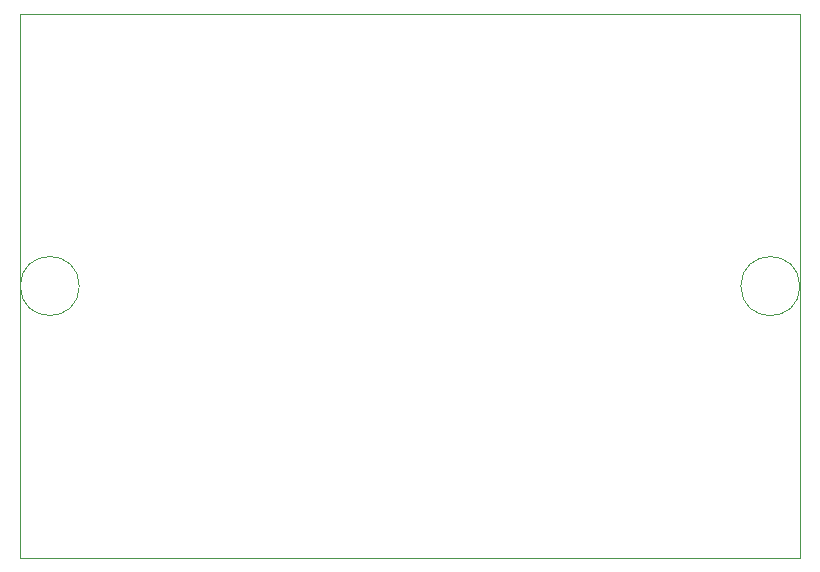
<source format=gbr>
G04 #@! TF.GenerationSoftware,KiCad,Pcbnew,(5.1.2)-2*
G04 #@! TF.CreationDate,2021-08-28T01:10:26-04:00*
G04 #@! TF.ProjectId,MAG_Plus,4d41475f-506c-4757-932e-6b696361645f,rev?*
G04 #@! TF.SameCoordinates,Original*
G04 #@! TF.FileFunction,Legend,Bot*
G04 #@! TF.FilePolarity,Positive*
%FSLAX46Y46*%
G04 Gerber Fmt 4.6, Leading zero omitted, Abs format (unit mm)*
G04 Created by KiCad (PCBNEW (5.1.2)-2) date 2021-08-28 01:10:26*
%MOMM*%
%LPD*%
G04 APERTURE LIST*
%ADD10C,0.120000*%
G04 APERTURE END LIST*
D10*
X195930000Y-311390000D02*
G75*
G03X195930000Y-311390000I-2500000J0D01*
G01*
X134920000Y-311380000D02*
G75*
G03X134920000Y-311380000I-2500000J0D01*
G01*
X129920000Y-288380000D02*
X129920000Y-334380000D01*
X195930000Y-288380000D02*
X195930000Y-334380000D01*
X195930000Y-288380000D02*
X129920000Y-288380000D01*
X129920000Y-334380000D02*
X195930000Y-334380000D01*
M02*

</source>
